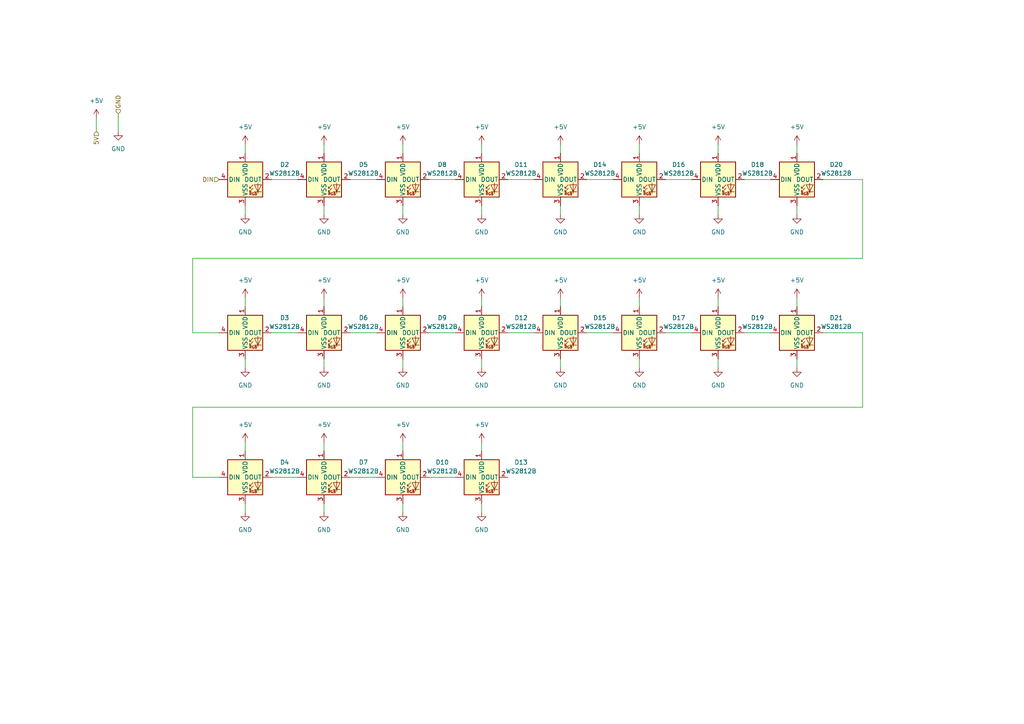
<source format=kicad_sch>
(kicad_sch (version 20211123) (generator eeschema)
  (paper "A4")
  (lib_symbols
    (symbol "LED:WS2812B" (pin_names (offset 0.254))
      (property "Reference" "D" (at 5.08 5.715 0))
      (property "Value" "WS2812B" (at 1.27 -5.715 0))
      (symbol "WS2812B_0_0"
        (text "RGB" (at 2.286 -4.191 0) (effects (font (size 0.762 0.762))))
      )
      (symbol "WS2812B_0_1"
        (polyline (pts (xy 1.27 -3.556) (xy 1.778 -3.556)))
        (polyline (pts (xy 1.27 -2.54) (xy 1.778 -2.54)))
        (polyline (pts (xy 4.699 -3.556) (xy 2.667 -3.556)))
        (polyline (pts (xy 2.286 -2.54) (xy 1.27 -3.556) (xy 1.27 -3.048)))
        (polyline (pts (xy 2.286 -1.524) (xy 1.27 -2.54) (xy 1.27 -2.032)))
        (polyline (pts (xy 3.683 -1.016) (xy 3.683 -3.556) (xy 3.683 -4.064)))
        (polyline (pts (xy 4.699 -1.524) (xy 2.667 -1.524) (xy 3.683 -3.556) (xy 4.699 -1.524)))
        (rectangle (start 5.08 5.08) (end -5.08 -5.08) (stroke (width 0.254)) (fill (type background)))
      )
      (symbol "WS2812B_1_1"
        (pin power_in line (at 0 7.62 270) (length 2.54) (name "VDD") (number "1"))
        (pin output line (at 7.62 0 180) (length 2.54) (name "DOUT") (number "2"))
        (pin power_in line (at 0 -7.62 90) (length 2.54) (name "VSS") (number "3"))
        (pin input line (at -7.62 0 0) (length 2.54) (name "DIN") (number "4"))
      )
    )
    (symbol "power:+5V" (power) (pin_names (offset 0))
      (property "Value" "+5V" (at 0 3.556 0))
      (symbol "+5V_0_1"
        (polyline (pts (xy -0.762 1.27) (xy 0 2.54)))
        (polyline (pts (xy 0 0) (xy 0 2.54)))
        (polyline (pts (xy 0 2.54) (xy 0.762 1.27)))
      )
      (symbol "+5V_1_1"
        (pin power_in line (at 0 0 90) (length 0) hide (name "+5V") (number "1"))
      )
    )
    (symbol "power:GND" (power) (pin_names (offset 0))
      (property "Value" "GND" (at 0 -3.81 0))
      (symbol "GND_0_1"
        (polyline (pts (xy 0 0) (xy 0 -1.27) (xy 1.27 -1.27) (xy 0 -2.54) (xy -1.27 -1.27) (xy 0 -1.27)))
      )
      (symbol "GND_1_1"
        (pin power_in line (at 0 0 270) (length 0) hide (name "GND") (number "1"))
      )
    )
  )
  (wire (pts (xy 208.28 41.91) (xy 208.28 44.45)))
  (wire (pts (xy 78.74 52.07) (xy 86.36 52.07)))
  (wire (pts (xy 139.7 146.05) (xy 139.7 148.59)))
  (wire (pts (xy 139.7 128.27) (xy 139.7 130.81)))
  (wire (pts (xy 63.5 96.52) (xy 55.88 96.52)))
  (wire (pts (xy 208.28 59.69) (xy 208.28 62.23)))
  (wire (pts (xy 250.19 52.07) (xy 238.76 52.07)))
  (wire (pts (xy 139.7 104.14) (xy 139.7 106.68)))
  (wire (pts (xy 116.84 86.36) (xy 116.84 88.9)))
  (wire (pts (xy 93.98 41.91) (xy 93.98 44.45)))
  (wire (pts (xy 231.14 86.36) (xy 231.14 88.9)))
  (wire (pts (xy 170.18 96.52) (xy 177.8 96.52)))
  (wire (pts (xy 185.42 41.91) (xy 185.42 44.45)))
  (wire (pts (xy 231.14 41.91) (xy 231.14 44.45)))
  (wire (pts (xy 185.42 104.14) (xy 185.42 106.68)))
  (wire (pts (xy 162.56 86.36) (xy 162.56 88.9)))
  (wire (pts (xy 208.28 86.36) (xy 208.28 88.9)))
  (wire (pts (xy 170.18 52.07) (xy 177.8 52.07)))
  (wire (pts (xy 55.88 96.52) (xy 55.88 74.93)))
  (wire (pts (xy 116.84 104.14) (xy 116.84 106.68)))
  (wire (pts (xy 71.12 104.14) (xy 71.12 106.68)))
  (wire (pts (xy 71.12 146.05) (xy 71.12 148.59)))
  (wire (pts (xy 78.74 138.43) (xy 86.36 138.43)))
  (wire (pts (xy 250.19 74.93) (xy 250.19 52.07)))
  (wire (pts (xy 93.98 146.05) (xy 93.98 148.59)))
  (wire (pts (xy 78.74 96.52) (xy 86.36 96.52)))
  (wire (pts (xy 124.46 138.43) (xy 132.08 138.43)))
  (wire (pts (xy 147.32 52.07) (xy 154.94 52.07)))
  (wire (pts (xy 34.29 33.02) (xy 34.29 38.1)))
  (wire (pts (xy 93.98 128.27) (xy 93.98 130.81)))
  (wire (pts (xy 162.56 59.69) (xy 162.56 62.23)))
  (wire (pts (xy 250.19 118.11) (xy 250.19 96.52)))
  (wire (pts (xy 215.9 96.52) (xy 223.52 96.52)))
  (wire (pts (xy 116.84 146.05) (xy 116.84 148.59)))
  (wire (pts (xy 93.98 86.36) (xy 93.98 88.9)))
  (wire (pts (xy 147.32 96.52) (xy 154.94 96.52)))
  (wire (pts (xy 139.7 59.69) (xy 139.7 62.23)))
  (wire (pts (xy 71.12 59.69) (xy 71.12 62.23)))
  (wire (pts (xy 231.14 59.69) (xy 231.14 62.23)))
  (wire (pts (xy 55.88 118.11) (xy 250.19 118.11)))
  (wire (pts (xy 93.98 104.14) (xy 93.98 106.68)))
  (wire (pts (xy 93.98 59.69) (xy 93.98 62.23)))
  (wire (pts (xy 116.84 41.91) (xy 116.84 44.45)))
  (wire (pts (xy 27.94 34.29) (xy 27.94 38.1)))
  (wire (pts (xy 250.19 96.52) (xy 238.76 96.52)))
  (wire (pts (xy 101.6 138.43) (xy 109.22 138.43)))
  (wire (pts (xy 139.7 86.36) (xy 139.7 88.9)))
  (wire (pts (xy 124.46 96.52) (xy 132.08 96.52)))
  (wire (pts (xy 116.84 59.69) (xy 116.84 62.23)))
  (wire (pts (xy 71.12 86.36) (xy 71.12 88.9)))
  (wire (pts (xy 124.46 52.07) (xy 132.08 52.07)))
  (wire (pts (xy 185.42 86.36) (xy 185.42 88.9)))
  (wire (pts (xy 193.04 52.07) (xy 200.66 52.07)))
  (wire (pts (xy 162.56 41.91) (xy 162.56 44.45)))
  (wire (pts (xy 231.14 104.14) (xy 231.14 106.68)))
  (wire (pts (xy 101.6 96.52) (xy 109.22 96.52)))
  (wire (pts (xy 139.7 41.91) (xy 139.7 44.45)))
  (wire (pts (xy 215.9 52.07) (xy 223.52 52.07)))
  (wire (pts (xy 185.42 59.69) (xy 185.42 62.23)))
  (wire (pts (xy 55.88 74.93) (xy 250.19 74.93)))
  (wire (pts (xy 162.56 104.14) (xy 162.56 106.68)))
  (wire (pts (xy 193.04 96.52) (xy 200.66 96.52)))
  (wire (pts (xy 208.28 104.14) (xy 208.28 106.68)))
  (wire (pts (xy 55.88 138.43) (xy 55.88 118.11)))
  (wire (pts (xy 55.88 138.43) (xy 63.5 138.43)))
  (wire (pts (xy 116.84 128.27) (xy 116.84 130.81)))
  (wire (pts (xy 101.6 52.07) (xy 109.22 52.07)))
  (wire (pts (xy 71.12 41.91) (xy 71.12 44.45)))
  (wire (pts (xy 71.12 128.27) (xy 71.12 130.81)))
  (hierarchical_label "GND" (shape input) (at 34.29 33.02 90))
  (hierarchical_label "DIN" (shape input) (at 63.5 52.07 180))
  (hierarchical_label "5V" (shape input) (at 27.94 38.1 270))
  (symbol (lib_id "power:GND") (at 71.12 62.23 0) (unit 1)
    (property "Reference" "#PWR026" (effects hide))
    (property "Value" "GND" (at 71.12 67.31 0))
  )
  (symbol (lib_id "LED:WS2812B") (at 71.12 138.43 0) (unit 1)
    (property "Reference" "D4" (at 82.55 134.0993 0))
    (property "Value" "WS2812B" (at 82.55 136.6393 0))
    (property "Footprint" "LED_SMD:LED_WS2812B_PLCC4_5.0x5.0mm_P3.2mm" (effects hide))
    (property "Datasheet" "https://cdn-shop.adafruit.com/datasheets/WS2812B.pdf" (effects hide))
  )
  (symbol (lib_id "LED:WS2812B") (at 162.56 96.52 0) (unit 1)
    (property "Reference" "D15" (at 173.99 92.1893 0))
    (property "Value" "WS2812B" (at 173.99 94.7293 0))
    (property "Footprint" "LED_SMD:LED_WS2812B_PLCC4_5.0x5.0mm_P3.2mm" (effects hide))
    (property "Datasheet" "https://cdn-shop.adafruit.com/datasheets/WS2812B.pdf" (effects hide))
  )
  (symbol (lib_id "power:GND") (at 93.98 62.23 0) (unit 1)
    (property "Reference" "#PWR032" (effects hide))
    (property "Value" "GND" (at 93.98 67.31 0))
  )
  (symbol (lib_id "LED:WS2812B") (at 208.28 52.07 0) (unit 1)
    (property "Reference" "D18" (at 219.71 47.7393 0))
    (property "Value" "WS2812B" (at 219.71 50.2793 0))
    (property "Footprint" "LED_SMD:LED_WS2812B_PLCC4_5.0x5.0mm_P3.2mm" (effects hide))
    (property "Datasheet" "https://cdn-shop.adafruit.com/datasheets/WS2812B.pdf" (effects hide))
  )
  (symbol (lib_id "LED:WS2812B") (at 185.42 52.07 0) (unit 1)
    (property "Reference" "D16" (at 196.85 47.7393 0))
    (property "Value" "WS2812B" (at 196.85 50.2793 0))
    (property "Footprint" "LED_SMD:LED_WS2812B_PLCC4_5.0x5.0mm_P3.2mm" (effects hide))
    (property "Datasheet" "https://cdn-shop.adafruit.com/datasheets/WS2812B.pdf" (effects hide))
  )
  (symbol (lib_id "power:+5V") (at 162.56 86.36 0) (unit 1)
    (property "Reference" "#PWR051" (effects hide))
    (property "Value" "+5V" (at 162.56 81.28 0))
  )
  (symbol (lib_id "power:+5V") (at 231.14 41.91 0) (unit 1)
    (property "Reference" "#PWR061" (effects hide))
    (property "Value" "+5V" (at 231.14 36.83 0))
  )
  (symbol (lib_id "power:GND") (at 162.56 62.23 0) (unit 1)
    (property "Reference" "#PWR050" (effects hide))
    (property "Value" "GND" (at 162.56 67.31 0))
  )
  (symbol (lib_id "power:GND") (at 162.56 106.68 0) (unit 1)
    (property "Reference" "#PWR052" (effects hide))
    (property "Value" "GND" (at 162.56 111.76 0))
  )
  (symbol (lib_id "power:GND") (at 116.84 62.23 0) (unit 1)
    (property "Reference" "#PWR038" (effects hide))
    (property "Value" "GND" (at 116.84 67.31 0))
  )
  (symbol (lib_id "power:+5V") (at 116.84 41.91 0) (unit 1)
    (property "Reference" "#PWR037" (effects hide))
    (property "Value" "+5V" (at 116.84 36.83 0))
  )
  (symbol (lib_id "power:+5V") (at 185.42 41.91 0) (unit 1)
    (property "Reference" "#PWR053" (effects hide))
    (property "Value" "+5V" (at 185.42 36.83 0))
  )
  (symbol (lib_id "power:+5V") (at 139.7 41.91 0) (unit 1)
    (property "Reference" "#PWR043" (effects hide))
    (property "Value" "+5V" (at 139.7 36.83 0))
  )
  (symbol (lib_id "power:+5V") (at 116.84 128.27 0) (unit 1)
    (property "Reference" "#PWR041" (effects hide))
    (property "Value" "+5V" (at 116.84 123.19 0))
  )
  (symbol (lib_id "power:GND") (at 93.98 106.68 0) (unit 1)
    (property "Reference" "#PWR034" (effects hide))
    (property "Value" "GND" (at 93.98 111.76 0))
  )
  (symbol (lib_id "power:GND") (at 71.12 148.59 0) (unit 1)
    (property "Reference" "#PWR030" (effects hide))
    (property "Value" "GND" (at 71.12 153.67 0))
  )
  (symbol (lib_id "power:GND") (at 93.98 148.59 0) (unit 1)
    (property "Reference" "#PWR036" (effects hide))
    (property "Value" "GND" (at 93.98 153.67 0))
  )
  (symbol (lib_id "power:+5V") (at 139.7 128.27 0) (unit 1)
    (property "Reference" "#PWR047" (effects hide))
    (property "Value" "+5V" (at 139.7 123.19 0))
  )
  (symbol (lib_id "power:+5V") (at 27.94 34.29 0) (unit 1)
    (property "Reference" "#PWR023" (effects hide))
    (property "Value" "+5V" (at 27.94 29.21 0))
  )
  (symbol (lib_id "power:+5V") (at 71.12 86.36 0) (unit 1)
    (property "Reference" "#PWR027" (effects hide))
    (property "Value" "+5V" (at 71.12 81.28 0))
  )
  (symbol (lib_id "LED:WS2812B") (at 93.98 52.07 0) (unit 1)
    (property "Reference" "D5" (at 105.41 47.7393 0))
    (property "Value" "WS2812B" (at 105.41 50.2793 0))
    (property "Footprint" "LED_SMD:LED_WS2812B_PLCC4_5.0x5.0mm_P3.2mm" (effects hide))
    (property "Datasheet" "https://cdn-shop.adafruit.com/datasheets/WS2812B.pdf" (effects hide))
  )
  (symbol (lib_id "power:GND") (at 71.12 106.68 0) (unit 1)
    (property "Reference" "#PWR028" (effects hide))
    (property "Value" "GND" (at 71.12 111.76 0))
  )
  (symbol (lib_id "power:+5V") (at 162.56 41.91 0) (unit 1)
    (property "Reference" "#PWR049" (effects hide))
    (property "Value" "+5V" (at 162.56 36.83 0))
  )
  (symbol (lib_id "power:+5V") (at 71.12 41.91 0) (unit 1)
    (property "Reference" "#PWR025" (effects hide))
    (property "Value" "+5V" (at 71.12 36.83 0))
  )
  (symbol (lib_id "power:+5V") (at 139.7 86.36 0) (unit 1)
    (property "Reference" "#PWR045" (effects hide))
    (property "Value" "+5V" (at 139.7 81.28 0))
  )
  (symbol (lib_id "LED:WS2812B") (at 71.12 96.52 0) (unit 1)
    (property "Reference" "D3" (at 82.55 92.1893 0))
    (property "Value" "WS2812B" (at 82.55 94.7293 0))
    (property "Footprint" "LED_SMD:LED_WS2812B_PLCC4_5.0x5.0mm_P3.2mm" (effects hide))
    (property "Datasheet" "https://cdn-shop.adafruit.com/datasheets/WS2812B.pdf" (effects hide))
  )
  (symbol (lib_id "power:+5V") (at 71.12 128.27 0) (unit 1)
    (property "Reference" "#PWR029" (effects hide))
    (property "Value" "+5V" (at 71.12 123.19 0))
  )
  (symbol (lib_id "LED:WS2812B") (at 231.14 96.52 0) (unit 1)
    (property "Reference" "D21" (at 242.57 92.1893 0))
    (property "Value" "WS2812B" (at 242.57 94.7293 0))
    (property "Footprint" "LED_SMD:LED_WS2812B_PLCC4_5.0x5.0mm_P3.2mm" (effects hide))
    (property "Datasheet" "https://cdn-shop.adafruit.com/datasheets/WS2812B.pdf" (effects hide))
  )
  (symbol (lib_id "LED:WS2812B") (at 139.7 52.07 0) (unit 1)
    (property "Reference" "D11" (at 151.13 47.7393 0))
    (property "Value" "WS2812B" (at 151.13 50.2793 0))
    (property "Footprint" "LED_SMD:LED_WS2812B_PLCC4_5.0x5.0mm_P3.2mm" (effects hide))
    (property "Datasheet" "https://cdn-shop.adafruit.com/datasheets/WS2812B.pdf" (effects hide))
  )
  (symbol (lib_id "power:GND") (at 116.84 106.68 0) (unit 1)
    (property "Reference" "#PWR040" (effects hide))
    (property "Value" "GND" (at 116.84 111.76 0))
  )
  (symbol (lib_id "power:GND") (at 208.28 62.23 0) (unit 1)
    (property "Reference" "#PWR058" (effects hide))
    (property "Value" "GND" (at 208.28 67.31 0))
  )
  (symbol (lib_id "power:+5V") (at 93.98 128.27 0) (unit 1)
    (property "Reference" "#PWR035" (effects hide))
    (property "Value" "+5V" (at 93.98 123.19 0))
  )
  (symbol (lib_id "LED:WS2812B") (at 116.84 52.07 0) (unit 1)
    (property "Reference" "D8" (at 128.27 47.7393 0))
    (property "Value" "WS2812B" (at 128.27 50.2793 0))
    (property "Footprint" "LED_SMD:LED_WS2812B_PLCC4_5.0x5.0mm_P3.2mm" (effects hide))
    (property "Datasheet" "https://cdn-shop.adafruit.com/datasheets/WS2812B.pdf" (effects hide))
  )
  (symbol (lib_id "LED:WS2812B") (at 185.42 96.52 0) (unit 1)
    (property "Reference" "D17" (at 196.85 92.1893 0))
    (property "Value" "WS2812B" (at 196.85 94.7293 0))
    (property "Footprint" "LED_SMD:LED_WS2812B_PLCC4_5.0x5.0mm_P3.2mm" (effects hide))
    (property "Datasheet" "https://cdn-shop.adafruit.com/datasheets/WS2812B.pdf" (effects hide))
  )
  (symbol (lib_id "LED:WS2812B") (at 231.14 52.07 0) (unit 1)
    (property "Reference" "D20" (at 242.57 47.7393 0))
    (property "Value" "WS2812B" (at 242.57 50.2793 0))
    (property "Footprint" "LED_SMD:LED_WS2812B_PLCC4_5.0x5.0mm_P3.2mm" (effects hide))
    (property "Datasheet" "https://cdn-shop.adafruit.com/datasheets/WS2812B.pdf" (effects hide))
  )
  (symbol (lib_id "power:+5V") (at 93.98 41.91 0) (unit 1)
    (property "Reference" "#PWR031" (effects hide))
    (property "Value" "+5V" (at 93.98 36.83 0))
  )
  (symbol (lib_id "power:GND") (at 139.7 106.68 0) (unit 1)
    (property "Reference" "#PWR046" (effects hide))
    (property "Value" "GND" (at 139.7 111.76 0))
  )
  (symbol (lib_id "power:GND") (at 116.84 148.59 0) (unit 1)
    (property "Reference" "#PWR042" (effects hide))
    (property "Value" "GND" (at 116.84 153.67 0))
  )
  (symbol (lib_id "power:+5V") (at 116.84 86.36 0) (unit 1)
    (property "Reference" "#PWR039" (effects hide))
    (property "Value" "+5V" (at 116.84 81.28 0))
  )
  (symbol (lib_id "LED:WS2812B") (at 162.56 52.07 0) (unit 1)
    (property "Reference" "D14" (at 173.99 47.7393 0))
    (property "Value" "WS2812B" (at 173.99 50.2793 0))
    (property "Footprint" "LED_SMD:LED_WS2812B_PLCC4_5.0x5.0mm_P3.2mm" (effects hide))
    (property "Datasheet" "https://cdn-shop.adafruit.com/datasheets/WS2812B.pdf" (effects hide))
  )
  (symbol (lib_id "LED:WS2812B") (at 139.7 96.52 0) (unit 1)
    (property "Reference" "D12" (at 151.13 92.1893 0))
    (property "Value" "WS2812B" (at 151.13 94.7293 0))
    (property "Footprint" "LED_SMD:LED_WS2812B_PLCC4_5.0x5.0mm_P3.2mm" (effects hide))
    (property "Datasheet" "https://cdn-shop.adafruit.com/datasheets/WS2812B.pdf" (effects hide))
  )
  (symbol (lib_id "power:+5V") (at 208.28 86.36 0) (unit 1)
    (property "Reference" "#PWR059" (effects hide))
    (property "Value" "+5V" (at 208.28 81.28 0))
  )
  (symbol (lib_id "power:+5V") (at 185.42 86.36 0) (unit 1)
    (property "Reference" "#PWR055" (effects hide))
    (property "Value" "+5V" (at 185.42 81.28 0))
  )
  (symbol (lib_id "power:GND") (at 185.42 106.68 0) (unit 1)
    (property "Reference" "#PWR056" (effects hide))
    (property "Value" "GND" (at 185.42 111.76 0))
  )
  (symbol (lib_id "power:GND") (at 139.7 148.59 0) (unit 1)
    (property "Reference" "#PWR048" (effects hide))
    (property "Value" "GND" (at 139.7 153.67 0))
  )
  (symbol (lib_id "power:GND") (at 34.29 38.1 0) (unit 1)
    (property "Reference" "#PWR024" (effects hide))
    (property "Value" "GND" (at 34.29 43.18 0))
  )
  (symbol (lib_id "LED:WS2812B") (at 71.12 52.07 0) (unit 1)
    (property "Reference" "D2" (at 82.55 47.7393 0))
    (property "Value" "WS2812B" (at 82.55 50.2793 0))
    (property "Footprint" "LED_SMD:LED_WS2812B_PLCC4_5.0x5.0mm_P3.2mm" (effects hide))
    (property "Datasheet" "https://cdn-shop.adafruit.com/datasheets/WS2812B.pdf" (effects hide))
  )
  (symbol (lib_id "LED:WS2812B") (at 116.84 96.52 0) (unit 1)
    (property "Reference" "D9" (at 128.27 92.1893 0))
    (property "Value" "WS2812B" (at 128.27 94.7293 0))
    (property "Footprint" "LED_SMD:LED_WS2812B_PLCC4_5.0x5.0mm_P3.2mm" (effects hide))
    (property "Datasheet" "https://cdn-shop.adafruit.com/datasheets/WS2812B.pdf" (effects hide))
  )
  (symbol (lib_id "LED:WS2812B") (at 208.28 96.52 0) (unit 1)
    (property "Reference" "D19" (at 219.71 92.1893 0))
    (property "Value" "WS2812B" (at 219.71 94.7293 0))
    (property "Footprint" "LED_SMD:LED_WS2812B_PLCC4_5.0x5.0mm_P3.2mm" (effects hide))
    (property "Datasheet" "https://cdn-shop.adafruit.com/datasheets/WS2812B.pdf" (effects hide))
  )
  (symbol (lib_id "LED:WS2812B") (at 139.7 138.43 0) (unit 1)
    (property "Reference" "D13" (at 151.13 134.0993 0))
    (property "Value" "WS2812B" (at 151.13 136.6393 0))
    (property "Footprint" "LED_SMD:LED_WS2812B_PLCC4_5.0x5.0mm_P3.2mm" (effects hide))
    (property "Datasheet" "https://cdn-shop.adafruit.com/datasheets/WS2812B.pdf" (effects hide))
  )
  (symbol (lib_id "LED:WS2812B") (at 93.98 96.52 0) (unit 1)
    (property "Reference" "D6" (at 105.41 92.1893 0))
    (property "Value" "WS2812B" (at 105.41 94.7293 0))
    (property "Footprint" "LED_SMD:LED_WS2812B_PLCC4_5.0x5.0mm_P3.2mm" (effects hide))
    (property "Datasheet" "https://cdn-shop.adafruit.com/datasheets/WS2812B.pdf" (effects hide))
  )
  (symbol (lib_id "power:GND") (at 231.14 106.68 0) (unit 1)
    (property "Reference" "#PWR064" (effects hide))
    (property "Value" "GND" (at 231.14 111.76 0))
  )
  (symbol (lib_id "power:+5V") (at 208.28 41.91 0) (unit 1)
    (property "Reference" "#PWR057" (effects hide))
    (property "Value" "+5V" (at 208.28 36.83 0))
  )
  (symbol (lib_id "LED:WS2812B") (at 93.98 138.43 0) (unit 1)
    (property "Reference" "D7" (at 105.41 134.0993 0))
    (property "Value" "WS2812B" (at 105.41 136.6393 0))
    (property "Footprint" "LED_SMD:LED_WS2812B_PLCC4_5.0x5.0mm_P3.2mm" (effects hide))
    (property "Datasheet" "https://cdn-shop.adafruit.com/datasheets/WS2812B.pdf" (effects hide))
  )
  (symbol (lib_id "power:GND") (at 231.14 62.23 0) (unit 1)
    (property "Reference" "#PWR062" (effects hide))
    (property "Value" "GND" (at 231.14 67.31 0))
  )
  (symbol (lib_id "power:GND") (at 185.42 62.23 0) (unit 1)
    (property "Reference" "#PWR054" (effects hide))
    (property "Value" "GND" (at 185.42 67.31 0))
  )
  (symbol (lib_id "power:GND") (at 139.7 62.23 0) (unit 1)
    (property "Reference" "#PWR044" (effects hide))
    (property "Value" "GND" (at 139.7 67.31 0))
  )
  (symbol (lib_id "power:+5V") (at 231.14 86.36 0) (unit 1)
    (property "Reference" "#PWR063" (effects hide))
    (property "Value" "+5V" (at 231.14 81.28 0))
  )
  (symbol (lib_id "LED:WS2812B") (at 116.84 138.43 0) (unit 1)
    (property "Reference" "D10" (at 128.27 134.0993 0))
    (property "Value" "WS2812B" (at 128.27 136.6393 0))
    (property "Footprint" "LED_SMD:LED_WS2812B_PLCC4_5.0x5.0mm_P3.2mm" (effects hide))
    (property "Datasheet" "https://cdn-shop.adafruit.com/datasheets/WS2812B.pdf" (effects hide))
  )
  (symbol (lib_id "power:+5V") (at 93.98 86.36 0) (unit 1)
    (property "Reference" "#PWR033" (effects hide))
    (property "Value" "+5V" (at 93.98 81.28 0))
  )
  (symbol (lib_id "power:GND") (at 208.28 106.68 0) (unit 1)
    (property "Reference" "#PWR060" (effects hide))
    (property "Value" "GND" (at 208.28 111.76 0))
  )
)
</source>
